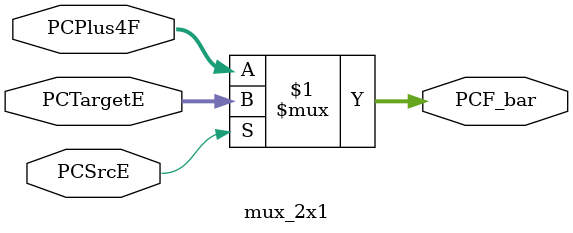
<source format=v>
`timescale 1ns / 1ps


module mux_2x1(
input [31:0]PCPlus4F,
input [31:0]PCTargetE,
input PCSrcE,
output [31:0]PCF_bar
);

assign PCF_bar = (PCSrcE)? PCTargetE:PCPlus4F;

endmodule

</source>
